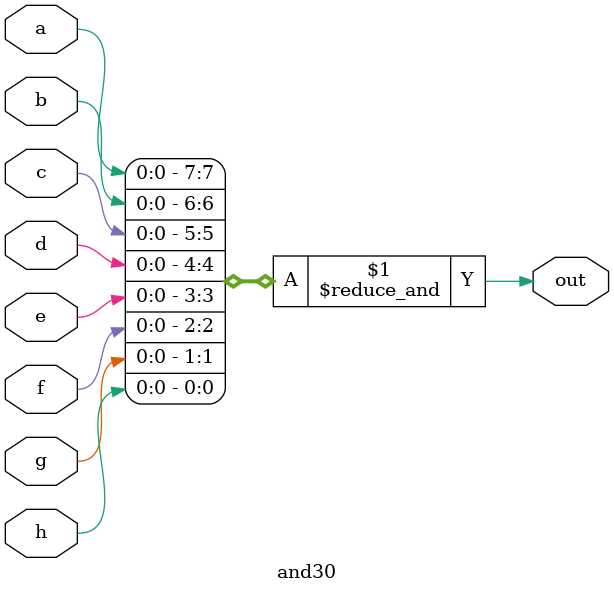
<source format=v>
module and30 (
  input a,
  input b,
  input c,
  input d,
  input e,
  input f,
  input g,
  input h,
  output out
);

  assign out = &{a,b,c,d,e,f,g,h}; // Performs an AND operation

endmodule

</source>
